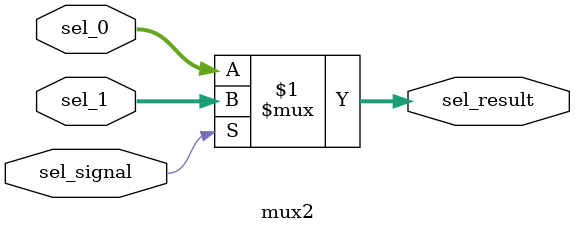
<source format=v>
`timescale 1ns / 1ps


module mux2#(parameter WIDTH=32)(
    input [WIDTH-1:0] sel_0,
    input [WIDTH-1:0] sel_1,
    input sel_signal,
    output [WIDTH-1:0] sel_result
    );
    assign sel_result = sel_signal ? sel_1 : sel_0;
endmodule
</source>
